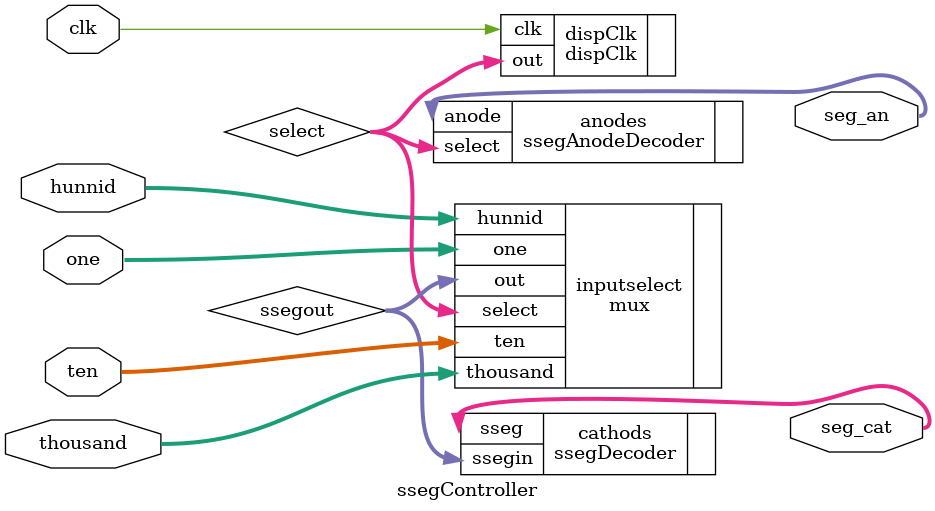
<source format=v>
`timescale 1ns / 1ps


module ssegController(
    input [3:0] one,
    input [3:0] ten,
    input [3:0] hunnid,
    input [3:0] thousand,
    input clk,
    output [3:0] seg_an,
    output [6:0] seg_cat
);

wire [1:0] select;
dispClk dispClk(.clk(clk), .out(select));

wire [3:0] ssegout;

mux inputselect(.select(select), .one(one), .ten(ten), .hunnid(hunnid), .thousand(thousand), .out(ssegout));

ssegDecoder cathods(.ssegin(ssegout), .sseg(seg_cat));

ssegAnodeDecoder anodes(.select(select), .anode(seg_an));

endmodule

</source>
